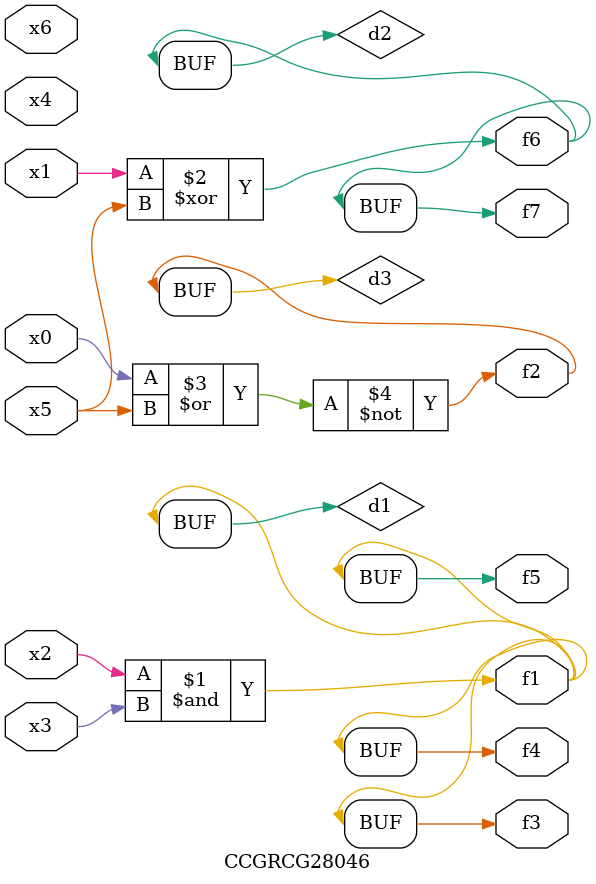
<source format=v>
module CCGRCG28046(
	input x0, x1, x2, x3, x4, x5, x6,
	output f1, f2, f3, f4, f5, f6, f7
);

	wire d1, d2, d3;

	and (d1, x2, x3);
	xor (d2, x1, x5);
	nor (d3, x0, x5);
	assign f1 = d1;
	assign f2 = d3;
	assign f3 = d1;
	assign f4 = d1;
	assign f5 = d1;
	assign f6 = d2;
	assign f7 = d2;
endmodule

</source>
